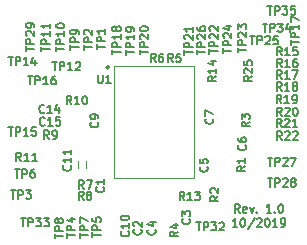
<source format=gbr>
G04 #@! TF.GenerationSoftware,KiCad,Pcbnew,5.0.2+dfsg1-1~bpo9+1*
G04 #@! TF.CreationDate,2019-10-29T18:12:18+01:00*
G04 #@! TF.ProjectId,zglue-jade-adapter,7a676c75-652d-46a6-9164-652d61646170,rev?*
G04 #@! TF.SameCoordinates,Original*
G04 #@! TF.FileFunction,Legend,Top*
G04 #@! TF.FilePolarity,Positive*
%FSLAX46Y46*%
G04 Gerber Fmt 4.6, Leading zero omitted, Abs format (unit mm)*
G04 Created by KiCad (PCBNEW 5.0.2+dfsg1-1~bpo9+1) date Tue 29 Oct 2019 06:12:18 PM CET*
%MOMM*%
%LPD*%
G01*
G04 APERTURE LIST*
%ADD10C,0.150000*%
%ADD11C,0.200000*%
%ADD12C,0.100000*%
%ADD13C,0.120000*%
G04 APERTURE END LIST*
D10*
X19773333Y-17696666D02*
X19540000Y-17363333D01*
X19373333Y-17696666D02*
X19373333Y-16996666D01*
X19640000Y-16996666D01*
X19706666Y-17030000D01*
X19740000Y-17063333D01*
X19773333Y-17130000D01*
X19773333Y-17230000D01*
X19740000Y-17296666D01*
X19706666Y-17330000D01*
X19640000Y-17363333D01*
X19373333Y-17363333D01*
X20340000Y-17663333D02*
X20273333Y-17696666D01*
X20140000Y-17696666D01*
X20073333Y-17663333D01*
X20040000Y-17596666D01*
X20040000Y-17330000D01*
X20073333Y-17263333D01*
X20140000Y-17230000D01*
X20273333Y-17230000D01*
X20340000Y-17263333D01*
X20373333Y-17330000D01*
X20373333Y-17396666D01*
X20040000Y-17463333D01*
X20606666Y-17230000D02*
X20773333Y-17696666D01*
X20940000Y-17230000D01*
X21206666Y-17630000D02*
X21240000Y-17663333D01*
X21206666Y-17696666D01*
X21173333Y-17663333D01*
X21206666Y-17630000D01*
X21206666Y-17696666D01*
X22440000Y-17696666D02*
X22040000Y-17696666D01*
X22240000Y-17696666D02*
X22240000Y-16996666D01*
X22173333Y-17096666D01*
X22106666Y-17163333D01*
X22040000Y-17196666D01*
X22740000Y-17630000D02*
X22773333Y-17663333D01*
X22740000Y-17696666D01*
X22706666Y-17663333D01*
X22740000Y-17630000D01*
X22740000Y-17696666D01*
X23206666Y-16996666D02*
X23273333Y-16996666D01*
X23340000Y-17030000D01*
X23373333Y-17063333D01*
X23406666Y-17130000D01*
X23440000Y-17263333D01*
X23440000Y-17430000D01*
X23406666Y-17563333D01*
X23373333Y-17630000D01*
X23340000Y-17663333D01*
X23273333Y-17696666D01*
X23206666Y-17696666D01*
X23140000Y-17663333D01*
X23106666Y-17630000D01*
X23073333Y-17563333D01*
X23040000Y-17430000D01*
X23040000Y-17263333D01*
X23073333Y-17130000D01*
X23106666Y-17063333D01*
X23140000Y-17030000D01*
X23206666Y-16996666D01*
X19556666Y-18896666D02*
X19156666Y-18896666D01*
X19356666Y-18896666D02*
X19356666Y-18196666D01*
X19290000Y-18296666D01*
X19223333Y-18363333D01*
X19156666Y-18396666D01*
X19990000Y-18196666D02*
X20056666Y-18196666D01*
X20123333Y-18230000D01*
X20156666Y-18263333D01*
X20190000Y-18330000D01*
X20223333Y-18463333D01*
X20223333Y-18630000D01*
X20190000Y-18763333D01*
X20156666Y-18830000D01*
X20123333Y-18863333D01*
X20056666Y-18896666D01*
X19990000Y-18896666D01*
X19923333Y-18863333D01*
X19890000Y-18830000D01*
X19856666Y-18763333D01*
X19823333Y-18630000D01*
X19823333Y-18463333D01*
X19856666Y-18330000D01*
X19890000Y-18263333D01*
X19923333Y-18230000D01*
X19990000Y-18196666D01*
X21023333Y-18163333D02*
X20423333Y-19063333D01*
X21223333Y-18263333D02*
X21256666Y-18230000D01*
X21323333Y-18196666D01*
X21490000Y-18196666D01*
X21556666Y-18230000D01*
X21590000Y-18263333D01*
X21623333Y-18330000D01*
X21623333Y-18396666D01*
X21590000Y-18496666D01*
X21190000Y-18896666D01*
X21623333Y-18896666D01*
X22056666Y-18196666D02*
X22123333Y-18196666D01*
X22190000Y-18230000D01*
X22223333Y-18263333D01*
X22256666Y-18330000D01*
X22290000Y-18463333D01*
X22290000Y-18630000D01*
X22256666Y-18763333D01*
X22223333Y-18830000D01*
X22190000Y-18863333D01*
X22123333Y-18896666D01*
X22056666Y-18896666D01*
X21990000Y-18863333D01*
X21956666Y-18830000D01*
X21923333Y-18763333D01*
X21890000Y-18630000D01*
X21890000Y-18463333D01*
X21923333Y-18330000D01*
X21956666Y-18263333D01*
X21990000Y-18230000D01*
X22056666Y-18196666D01*
X22956666Y-18896666D02*
X22556666Y-18896666D01*
X22756666Y-18896666D02*
X22756666Y-18196666D01*
X22690000Y-18296666D01*
X22623333Y-18363333D01*
X22556666Y-18396666D01*
X23290000Y-18896666D02*
X23423333Y-18896666D01*
X23490000Y-18863333D01*
X23523333Y-18830000D01*
X23590000Y-18730000D01*
X23623333Y-18596666D01*
X23623333Y-18330000D01*
X23590000Y-18263333D01*
X23556666Y-18230000D01*
X23490000Y-18196666D01*
X23356666Y-18196666D01*
X23290000Y-18230000D01*
X23256666Y-18263333D01*
X23223333Y-18330000D01*
X23223333Y-18496666D01*
X23256666Y-18563333D01*
X23290000Y-18596666D01*
X23356666Y-18630000D01*
X23490000Y-18630000D01*
X23556666Y-18596666D01*
X23590000Y-18563333D01*
X23623333Y-18496666D01*
D11*
X8750000Y-5400000D02*
G75*
G03X8750000Y-5400000I-150000J0D01*
G01*
D12*
G04 #@! TO.C,U1*
X15895000Y-14755000D02*
X15895000Y-5255000D01*
X9095000Y-14755000D02*
X9095000Y-5255000D01*
X15895000Y-14755000D02*
X9095000Y-14755000D01*
X15895000Y-5255000D02*
X9095000Y-5255000D01*
D13*
G04 #@! TO.C,C11*
X6110000Y-13320000D02*
X6110000Y-13920000D01*
X6710000Y-13320000D02*
X6710000Y-13920000D01*
G04 #@! TO.C,TP29*
D10*
X1666666Y-4016666D02*
X1666666Y-3616666D01*
X2366666Y-3816666D02*
X1666666Y-3816666D01*
X2366666Y-3383333D02*
X1666666Y-3383333D01*
X1666666Y-3116666D01*
X1700000Y-3050000D01*
X1733333Y-3016666D01*
X1800000Y-2983333D01*
X1900000Y-2983333D01*
X1966666Y-3016666D01*
X2000000Y-3050000D01*
X2033333Y-3116666D01*
X2033333Y-3383333D01*
X1733333Y-2716666D02*
X1700000Y-2683333D01*
X1666666Y-2616666D01*
X1666666Y-2450000D01*
X1700000Y-2383333D01*
X1733333Y-2350000D01*
X1800000Y-2316666D01*
X1866666Y-2316666D01*
X1966666Y-2350000D01*
X2366666Y-2750000D01*
X2366666Y-2316666D01*
X2366666Y-1983333D02*
X2366666Y-1850000D01*
X2333333Y-1783333D01*
X2300000Y-1750000D01*
X2200000Y-1683333D01*
X2066666Y-1650000D01*
X1800000Y-1650000D01*
X1733333Y-1683333D01*
X1700000Y-1716666D01*
X1666666Y-1783333D01*
X1666666Y-1916666D01*
X1700000Y-1983333D01*
X1733333Y-2016666D01*
X1800000Y-2050000D01*
X1966666Y-2050000D01*
X2033333Y-2016666D01*
X2066666Y-1983333D01*
X2100000Y-1916666D01*
X2100000Y-1783333D01*
X2066666Y-1716666D01*
X2033333Y-1683333D01*
X1966666Y-1650000D01*
G04 #@! TO.C,C6*
X20250000Y-11986666D02*
X20283333Y-12020000D01*
X20316666Y-12120000D01*
X20316666Y-12186666D01*
X20283333Y-12286666D01*
X20216666Y-12353333D01*
X20150000Y-12386666D01*
X20016666Y-12420000D01*
X19916666Y-12420000D01*
X19783333Y-12386666D01*
X19716666Y-12353333D01*
X19650000Y-12286666D01*
X19616666Y-12186666D01*
X19616666Y-12120000D01*
X19650000Y-12020000D01*
X19683333Y-11986666D01*
X19616666Y-11386666D02*
X19616666Y-11520000D01*
X19650000Y-11586666D01*
X19683333Y-11620000D01*
X19783333Y-11686666D01*
X19916666Y-11720000D01*
X20183333Y-11720000D01*
X20250000Y-11686666D01*
X20283333Y-11653333D01*
X20316666Y-11586666D01*
X20316666Y-11453333D01*
X20283333Y-11386666D01*
X20250000Y-11353333D01*
X20183333Y-11320000D01*
X20016666Y-11320000D01*
X19950000Y-11353333D01*
X19916666Y-11386666D01*
X19883333Y-11453333D01*
X19883333Y-11586666D01*
X19916666Y-11653333D01*
X19950000Y-11686666D01*
X20016666Y-11720000D01*
G04 #@! TO.C,R15*
X23335000Y-4391666D02*
X23101666Y-4058333D01*
X22935000Y-4391666D02*
X22935000Y-3691666D01*
X23201666Y-3691666D01*
X23268333Y-3725000D01*
X23301666Y-3758333D01*
X23335000Y-3825000D01*
X23335000Y-3925000D01*
X23301666Y-3991666D01*
X23268333Y-4025000D01*
X23201666Y-4058333D01*
X22935000Y-4058333D01*
X24001666Y-4391666D02*
X23601666Y-4391666D01*
X23801666Y-4391666D02*
X23801666Y-3691666D01*
X23735000Y-3791666D01*
X23668333Y-3858333D01*
X23601666Y-3891666D01*
X24635000Y-3691666D02*
X24301666Y-3691666D01*
X24268333Y-4025000D01*
X24301666Y-3991666D01*
X24368333Y-3958333D01*
X24535000Y-3958333D01*
X24601666Y-3991666D01*
X24635000Y-4025000D01*
X24668333Y-4091666D01*
X24668333Y-4258333D01*
X24635000Y-4325000D01*
X24601666Y-4358333D01*
X24535000Y-4391666D01*
X24368333Y-4391666D01*
X24301666Y-4358333D01*
X24268333Y-4325000D01*
G04 #@! TO.C,U1*
X7746666Y-6026666D02*
X7746666Y-6593333D01*
X7780000Y-6660000D01*
X7813333Y-6693333D01*
X7880000Y-6726666D01*
X8013333Y-6726666D01*
X8080000Y-6693333D01*
X8113333Y-6660000D01*
X8146666Y-6593333D01*
X8146666Y-6026666D01*
X8846666Y-6726666D02*
X8446666Y-6726666D01*
X8646666Y-6726666D02*
X8646666Y-6026666D01*
X8580000Y-6126666D01*
X8513333Y-6193333D01*
X8446666Y-6226666D01*
G04 #@! TO.C,R10*
X5510000Y-8526666D02*
X5276666Y-8193333D01*
X5110000Y-8526666D02*
X5110000Y-7826666D01*
X5376666Y-7826666D01*
X5443333Y-7860000D01*
X5476666Y-7893333D01*
X5510000Y-7960000D01*
X5510000Y-8060000D01*
X5476666Y-8126666D01*
X5443333Y-8160000D01*
X5376666Y-8193333D01*
X5110000Y-8193333D01*
X6176666Y-8526666D02*
X5776666Y-8526666D01*
X5976666Y-8526666D02*
X5976666Y-7826666D01*
X5910000Y-7926666D01*
X5843333Y-7993333D01*
X5776666Y-8026666D01*
X6610000Y-7826666D02*
X6676666Y-7826666D01*
X6743333Y-7860000D01*
X6776666Y-7893333D01*
X6810000Y-7960000D01*
X6843333Y-8093333D01*
X6843333Y-8260000D01*
X6810000Y-8393333D01*
X6776666Y-8460000D01*
X6743333Y-8493333D01*
X6676666Y-8526666D01*
X6610000Y-8526666D01*
X6543333Y-8493333D01*
X6510000Y-8460000D01*
X6476666Y-8393333D01*
X6443333Y-8260000D01*
X6443333Y-8093333D01*
X6476666Y-7960000D01*
X6510000Y-7893333D01*
X6543333Y-7860000D01*
X6610000Y-7826666D01*
G04 #@! TO.C,R6*
X12643333Y-4936666D02*
X12410000Y-4603333D01*
X12243333Y-4936666D02*
X12243333Y-4236666D01*
X12510000Y-4236666D01*
X12576666Y-4270000D01*
X12610000Y-4303333D01*
X12643333Y-4370000D01*
X12643333Y-4470000D01*
X12610000Y-4536666D01*
X12576666Y-4570000D01*
X12510000Y-4603333D01*
X12243333Y-4603333D01*
X13243333Y-4236666D02*
X13110000Y-4236666D01*
X13043333Y-4270000D01*
X13010000Y-4303333D01*
X12943333Y-4403333D01*
X12910000Y-4536666D01*
X12910000Y-4803333D01*
X12943333Y-4870000D01*
X12976666Y-4903333D01*
X13043333Y-4936666D01*
X13176666Y-4936666D01*
X13243333Y-4903333D01*
X13276666Y-4870000D01*
X13310000Y-4803333D01*
X13310000Y-4636666D01*
X13276666Y-4570000D01*
X13243333Y-4536666D01*
X13176666Y-4503333D01*
X13043333Y-4503333D01*
X12976666Y-4536666D01*
X12943333Y-4570000D01*
X12910000Y-4636666D01*
G04 #@! TO.C,R13*
X15075000Y-16636666D02*
X14841666Y-16303333D01*
X14675000Y-16636666D02*
X14675000Y-15936666D01*
X14941666Y-15936666D01*
X15008333Y-15970000D01*
X15041666Y-16003333D01*
X15075000Y-16070000D01*
X15075000Y-16170000D01*
X15041666Y-16236666D01*
X15008333Y-16270000D01*
X14941666Y-16303333D01*
X14675000Y-16303333D01*
X15741666Y-16636666D02*
X15341666Y-16636666D01*
X15541666Y-16636666D02*
X15541666Y-15936666D01*
X15475000Y-16036666D01*
X15408333Y-16103333D01*
X15341666Y-16136666D01*
X15975000Y-15936666D02*
X16408333Y-15936666D01*
X16175000Y-16203333D01*
X16275000Y-16203333D01*
X16341666Y-16236666D01*
X16375000Y-16270000D01*
X16408333Y-16336666D01*
X16408333Y-16503333D01*
X16375000Y-16570000D01*
X16341666Y-16603333D01*
X16275000Y-16636666D01*
X16075000Y-16636666D01*
X16008333Y-16603333D01*
X15975000Y-16570000D01*
G04 #@! TO.C,R25*
X20806666Y-6140000D02*
X20473333Y-6373333D01*
X20806666Y-6540000D02*
X20106666Y-6540000D01*
X20106666Y-6273333D01*
X20140000Y-6206666D01*
X20173333Y-6173333D01*
X20240000Y-6140000D01*
X20340000Y-6140000D01*
X20406666Y-6173333D01*
X20440000Y-6206666D01*
X20473333Y-6273333D01*
X20473333Y-6540000D01*
X20173333Y-5873333D02*
X20140000Y-5840000D01*
X20106666Y-5773333D01*
X20106666Y-5606666D01*
X20140000Y-5540000D01*
X20173333Y-5506666D01*
X20240000Y-5473333D01*
X20306666Y-5473333D01*
X20406666Y-5506666D01*
X20806666Y-5906666D01*
X20806666Y-5473333D01*
X20106666Y-4840000D02*
X20106666Y-5173333D01*
X20440000Y-5206666D01*
X20406666Y-5173333D01*
X20373333Y-5106666D01*
X20373333Y-4940000D01*
X20406666Y-4873333D01*
X20440000Y-4840000D01*
X20506666Y-4806666D01*
X20673333Y-4806666D01*
X20740000Y-4840000D01*
X20773333Y-4873333D01*
X20806666Y-4940000D01*
X20806666Y-5106666D01*
X20773333Y-5173333D01*
X20740000Y-5206666D01*
G04 #@! TO.C,R14*
X17776666Y-6170000D02*
X17443333Y-6403333D01*
X17776666Y-6570000D02*
X17076666Y-6570000D01*
X17076666Y-6303333D01*
X17110000Y-6236666D01*
X17143333Y-6203333D01*
X17210000Y-6170000D01*
X17310000Y-6170000D01*
X17376666Y-6203333D01*
X17410000Y-6236666D01*
X17443333Y-6303333D01*
X17443333Y-6570000D01*
X17776666Y-5503333D02*
X17776666Y-5903333D01*
X17776666Y-5703333D02*
X17076666Y-5703333D01*
X17176666Y-5770000D01*
X17243333Y-5836666D01*
X17276666Y-5903333D01*
X17310000Y-4903333D02*
X17776666Y-4903333D01*
X17043333Y-5070000D02*
X17543333Y-5236666D01*
X17543333Y-4803333D01*
G04 #@! TO.C,TP35*
X22108333Y-236666D02*
X22508333Y-236666D01*
X22308333Y-936666D02*
X22308333Y-236666D01*
X22741666Y-936666D02*
X22741666Y-236666D01*
X23008333Y-236666D01*
X23075000Y-270000D01*
X23108333Y-303333D01*
X23141666Y-370000D01*
X23141666Y-470000D01*
X23108333Y-536666D01*
X23075000Y-570000D01*
X23008333Y-603333D01*
X22741666Y-603333D01*
X23375000Y-236666D02*
X23808333Y-236666D01*
X23575000Y-503333D01*
X23675000Y-503333D01*
X23741666Y-536666D01*
X23775000Y-570000D01*
X23808333Y-636666D01*
X23808333Y-803333D01*
X23775000Y-870000D01*
X23741666Y-903333D01*
X23675000Y-936666D01*
X23475000Y-936666D01*
X23408333Y-903333D01*
X23375000Y-870000D01*
X24441666Y-236666D02*
X24108333Y-236666D01*
X24075000Y-570000D01*
X24108333Y-536666D01*
X24175000Y-503333D01*
X24341666Y-503333D01*
X24408333Y-536666D01*
X24441666Y-570000D01*
X24475000Y-636666D01*
X24475000Y-803333D01*
X24441666Y-870000D01*
X24408333Y-903333D01*
X24341666Y-936666D01*
X24175000Y-936666D01*
X24108333Y-903333D01*
X24075000Y-870000D01*
G04 #@! TO.C,TP14*
X163333Y-4526666D02*
X563333Y-4526666D01*
X363333Y-5226666D02*
X363333Y-4526666D01*
X796666Y-5226666D02*
X796666Y-4526666D01*
X1063333Y-4526666D01*
X1129999Y-4560000D01*
X1163333Y-4593333D01*
X1196666Y-4660000D01*
X1196666Y-4760000D01*
X1163333Y-4826666D01*
X1129999Y-4860000D01*
X1063333Y-4893333D01*
X796666Y-4893333D01*
X1863333Y-5226666D02*
X1463333Y-5226666D01*
X1663333Y-5226666D02*
X1663333Y-4526666D01*
X1596666Y-4626666D01*
X1529999Y-4693333D01*
X1463333Y-4726666D01*
X2463333Y-4760000D02*
X2463333Y-5226666D01*
X2296666Y-4493333D02*
X2129999Y-4993333D01*
X2563333Y-4993333D01*
G04 #@! TO.C,TP15*
X163333Y-10486666D02*
X563333Y-10486666D01*
X363333Y-11186666D02*
X363333Y-10486666D01*
X796666Y-11186666D02*
X796666Y-10486666D01*
X1063333Y-10486666D01*
X1129999Y-10520000D01*
X1163333Y-10553333D01*
X1196666Y-10620000D01*
X1196666Y-10720000D01*
X1163333Y-10786666D01*
X1129999Y-10820000D01*
X1063333Y-10853333D01*
X796666Y-10853333D01*
X1863333Y-11186666D02*
X1463333Y-11186666D01*
X1663333Y-11186666D02*
X1663333Y-10486666D01*
X1596666Y-10586666D01*
X1529999Y-10653333D01*
X1463333Y-10686666D01*
X2496666Y-10486666D02*
X2163333Y-10486666D01*
X2129999Y-10820000D01*
X2163333Y-10786666D01*
X2229999Y-10753333D01*
X2396666Y-10753333D01*
X2463333Y-10786666D01*
X2496666Y-10820000D01*
X2529999Y-10886666D01*
X2529999Y-11053333D01*
X2496666Y-11120000D01*
X2463333Y-11153333D01*
X2396666Y-11186666D01*
X2229999Y-11186666D01*
X2163333Y-11153333D01*
X2129999Y-11120000D01*
G04 #@! TO.C,TP16*
X1833333Y-6146666D02*
X2233333Y-6146666D01*
X2033333Y-6846666D02*
X2033333Y-6146666D01*
X2466666Y-6846666D02*
X2466666Y-6146666D01*
X2733333Y-6146666D01*
X2800000Y-6180000D01*
X2833333Y-6213333D01*
X2866666Y-6280000D01*
X2866666Y-6380000D01*
X2833333Y-6446666D01*
X2800000Y-6480000D01*
X2733333Y-6513333D01*
X2466666Y-6513333D01*
X3533333Y-6846666D02*
X3133333Y-6846666D01*
X3333333Y-6846666D02*
X3333333Y-6146666D01*
X3266666Y-6246666D01*
X3199999Y-6313333D01*
X3133333Y-6346666D01*
X4133333Y-6146666D02*
X3999999Y-6146666D01*
X3933333Y-6180000D01*
X3899999Y-6213333D01*
X3833333Y-6313333D01*
X3799999Y-6446666D01*
X3799999Y-6713333D01*
X3833333Y-6780000D01*
X3866666Y-6813333D01*
X3933333Y-6846666D01*
X4066666Y-6846666D01*
X4133333Y-6813333D01*
X4166666Y-6780000D01*
X4200000Y-6713333D01*
X4200000Y-6546666D01*
X4166666Y-6480000D01*
X4133333Y-6446666D01*
X4066666Y-6413333D01*
X3933333Y-6413333D01*
X3866666Y-6446666D01*
X3833333Y-6480000D01*
X3799999Y-6546666D01*
G04 #@! TO.C,TP34*
X21693333Y-1696666D02*
X22093333Y-1696666D01*
X21893333Y-2396666D02*
X21893333Y-1696666D01*
X22326666Y-2396666D02*
X22326666Y-1696666D01*
X22593333Y-1696666D01*
X22660000Y-1730000D01*
X22693333Y-1763333D01*
X22726666Y-1830000D01*
X22726666Y-1930000D01*
X22693333Y-1996666D01*
X22660000Y-2030000D01*
X22593333Y-2063333D01*
X22326666Y-2063333D01*
X22960000Y-1696666D02*
X23393333Y-1696666D01*
X23160000Y-1963333D01*
X23260000Y-1963333D01*
X23326666Y-1996666D01*
X23360000Y-2030000D01*
X23393333Y-2096666D01*
X23393333Y-2263333D01*
X23360000Y-2330000D01*
X23326666Y-2363333D01*
X23260000Y-2396666D01*
X23060000Y-2396666D01*
X22993333Y-2363333D01*
X22960000Y-2330000D01*
X23993333Y-1930000D02*
X23993333Y-2396666D01*
X23826666Y-1663333D02*
X23660000Y-2163333D01*
X24093333Y-2163333D01*
G04 #@! TO.C,TP33*
X1243333Y-18166666D02*
X1643333Y-18166666D01*
X1443333Y-18866666D02*
X1443333Y-18166666D01*
X1876666Y-18866666D02*
X1876666Y-18166666D01*
X2143333Y-18166666D01*
X2210000Y-18200000D01*
X2243333Y-18233333D01*
X2276666Y-18300000D01*
X2276666Y-18400000D01*
X2243333Y-18466666D01*
X2210000Y-18500000D01*
X2143333Y-18533333D01*
X1876666Y-18533333D01*
X2509999Y-18166666D02*
X2943333Y-18166666D01*
X2709999Y-18433333D01*
X2809999Y-18433333D01*
X2876666Y-18466666D01*
X2909999Y-18500000D01*
X2943333Y-18566666D01*
X2943333Y-18733333D01*
X2909999Y-18800000D01*
X2876666Y-18833333D01*
X2809999Y-18866666D01*
X2609999Y-18866666D01*
X2543333Y-18833333D01*
X2509999Y-18800000D01*
X3176666Y-18166666D02*
X3609999Y-18166666D01*
X3376666Y-18433333D01*
X3476666Y-18433333D01*
X3543333Y-18466666D01*
X3576666Y-18500000D01*
X3609999Y-18566666D01*
X3609999Y-18733333D01*
X3576666Y-18800000D01*
X3543333Y-18833333D01*
X3476666Y-18866666D01*
X3276666Y-18866666D01*
X3209999Y-18833333D01*
X3176666Y-18800000D01*
G04 #@! TO.C,TP32*
X16083333Y-18511666D02*
X16483333Y-18511666D01*
X16283333Y-19211666D02*
X16283333Y-18511666D01*
X16716666Y-19211666D02*
X16716666Y-18511666D01*
X16983333Y-18511666D01*
X17050000Y-18545000D01*
X17083333Y-18578333D01*
X17116666Y-18645000D01*
X17116666Y-18745000D01*
X17083333Y-18811666D01*
X17050000Y-18845000D01*
X16983333Y-18878333D01*
X16716666Y-18878333D01*
X17350000Y-18511666D02*
X17783333Y-18511666D01*
X17550000Y-18778333D01*
X17650000Y-18778333D01*
X17716666Y-18811666D01*
X17750000Y-18845000D01*
X17783333Y-18911666D01*
X17783333Y-19078333D01*
X17750000Y-19145000D01*
X17716666Y-19178333D01*
X17650000Y-19211666D01*
X17450000Y-19211666D01*
X17383333Y-19178333D01*
X17350000Y-19145000D01*
X18050000Y-18578333D02*
X18083333Y-18545000D01*
X18150000Y-18511666D01*
X18316666Y-18511666D01*
X18383333Y-18545000D01*
X18416666Y-18578333D01*
X18450000Y-18645000D01*
X18450000Y-18711666D01*
X18416666Y-18811666D01*
X18016666Y-19211666D01*
X18450000Y-19211666D01*
G04 #@! TO.C,C11*
X5440000Y-13710000D02*
X5473333Y-13743333D01*
X5506666Y-13843333D01*
X5506666Y-13910000D01*
X5473333Y-14010000D01*
X5406666Y-14076666D01*
X5340000Y-14110000D01*
X5206666Y-14143333D01*
X5106666Y-14143333D01*
X4973333Y-14110000D01*
X4906666Y-14076666D01*
X4840000Y-14010000D01*
X4806666Y-13910000D01*
X4806666Y-13843333D01*
X4840000Y-13743333D01*
X4873333Y-13710000D01*
X5506666Y-13043333D02*
X5506666Y-13443333D01*
X5506666Y-13243333D02*
X4806666Y-13243333D01*
X4906666Y-13310000D01*
X4973333Y-13376666D01*
X5006666Y-13443333D01*
X5506666Y-12376666D02*
X5506666Y-12776666D01*
X5506666Y-12576666D02*
X4806666Y-12576666D01*
X4906666Y-12643333D01*
X4973333Y-12710000D01*
X5006666Y-12776666D01*
G04 #@! TO.C,TP5*
X7286666Y-19783333D02*
X7286666Y-19383333D01*
X7986666Y-19583333D02*
X7286666Y-19583333D01*
X7986666Y-19150000D02*
X7286666Y-19150000D01*
X7286666Y-18883333D01*
X7320000Y-18816666D01*
X7353333Y-18783333D01*
X7420000Y-18750000D01*
X7520000Y-18750000D01*
X7586666Y-18783333D01*
X7620000Y-18816666D01*
X7653333Y-18883333D01*
X7653333Y-19150000D01*
X7286666Y-18116666D02*
X7286666Y-18450000D01*
X7620000Y-18483333D01*
X7586666Y-18450000D01*
X7553333Y-18383333D01*
X7553333Y-18216666D01*
X7586666Y-18150000D01*
X7620000Y-18116666D01*
X7686666Y-18083333D01*
X7853333Y-18083333D01*
X7920000Y-18116666D01*
X7953333Y-18150000D01*
X7986666Y-18216666D01*
X7986666Y-18383333D01*
X7953333Y-18450000D01*
X7920000Y-18483333D01*
G04 #@! TO.C,TP6*
X736666Y-14036666D02*
X1136666Y-14036666D01*
X936666Y-14736666D02*
X936666Y-14036666D01*
X1370000Y-14736666D02*
X1370000Y-14036666D01*
X1636666Y-14036666D01*
X1703333Y-14070000D01*
X1736666Y-14103333D01*
X1770000Y-14170000D01*
X1770000Y-14270000D01*
X1736666Y-14336666D01*
X1703333Y-14370000D01*
X1636666Y-14403333D01*
X1370000Y-14403333D01*
X2369999Y-14036666D02*
X2236666Y-14036666D01*
X2169999Y-14070000D01*
X2136666Y-14103333D01*
X2069999Y-14203333D01*
X2036666Y-14336666D01*
X2036666Y-14603333D01*
X2069999Y-14670000D01*
X2103333Y-14703333D01*
X2169999Y-14736666D01*
X2303333Y-14736666D01*
X2369999Y-14703333D01*
X2403333Y-14670000D01*
X2436666Y-14603333D01*
X2436666Y-14436666D01*
X2403333Y-14370000D01*
X2369999Y-14336666D01*
X2303333Y-14303333D01*
X2169999Y-14303333D01*
X2103333Y-14336666D01*
X2069999Y-14370000D01*
X2036666Y-14436666D01*
G04 #@! TO.C,TP18*
X8986666Y-4306666D02*
X8986666Y-3906666D01*
X9686666Y-4106666D02*
X8986666Y-4106666D01*
X9686666Y-3673333D02*
X8986666Y-3673333D01*
X8986666Y-3406666D01*
X9020000Y-3340000D01*
X9053333Y-3306666D01*
X9120000Y-3273333D01*
X9220000Y-3273333D01*
X9286666Y-3306666D01*
X9320000Y-3340000D01*
X9353333Y-3406666D01*
X9353333Y-3673333D01*
X9686666Y-2606666D02*
X9686666Y-3006666D01*
X9686666Y-2806666D02*
X8986666Y-2806666D01*
X9086666Y-2873333D01*
X9153333Y-2940000D01*
X9186666Y-3006666D01*
X9286666Y-2206666D02*
X9253333Y-2273333D01*
X9220000Y-2306666D01*
X9153333Y-2340000D01*
X9120000Y-2340000D01*
X9053333Y-2306666D01*
X9020000Y-2273333D01*
X8986666Y-2206666D01*
X8986666Y-2073333D01*
X9020000Y-2006666D01*
X9053333Y-1973333D01*
X9120000Y-1940000D01*
X9153333Y-1940000D01*
X9220000Y-1973333D01*
X9253333Y-2006666D01*
X9286666Y-2073333D01*
X9286666Y-2206666D01*
X9320000Y-2273333D01*
X9353333Y-2306666D01*
X9420000Y-2340000D01*
X9553333Y-2340000D01*
X9620000Y-2306666D01*
X9653333Y-2273333D01*
X9686666Y-2206666D01*
X9686666Y-2073333D01*
X9653333Y-2006666D01*
X9620000Y-1973333D01*
X9553333Y-1940000D01*
X9420000Y-1940000D01*
X9353333Y-1973333D01*
X9320000Y-2006666D01*
X9286666Y-2073333D01*
G04 #@! TO.C,TP19*
X10136666Y-4336666D02*
X10136666Y-3936666D01*
X10836666Y-4136666D02*
X10136666Y-4136666D01*
X10836666Y-3703333D02*
X10136666Y-3703333D01*
X10136666Y-3436666D01*
X10170000Y-3370000D01*
X10203333Y-3336666D01*
X10270000Y-3303333D01*
X10370000Y-3303333D01*
X10436666Y-3336666D01*
X10470000Y-3370000D01*
X10503333Y-3436666D01*
X10503333Y-3703333D01*
X10836666Y-2636666D02*
X10836666Y-3036666D01*
X10836666Y-2836666D02*
X10136666Y-2836666D01*
X10236666Y-2903333D01*
X10303333Y-2970000D01*
X10336666Y-3036666D01*
X10836666Y-2303333D02*
X10836666Y-2170000D01*
X10803333Y-2103333D01*
X10770000Y-2070000D01*
X10670000Y-2003333D01*
X10536666Y-1970000D01*
X10270000Y-1970000D01*
X10203333Y-2003333D01*
X10170000Y-2036666D01*
X10136666Y-2103333D01*
X10136666Y-2236666D01*
X10170000Y-2303333D01*
X10203333Y-2336666D01*
X10270000Y-2370000D01*
X10436666Y-2370000D01*
X10503333Y-2336666D01*
X10536666Y-2303333D01*
X10570000Y-2236666D01*
X10570000Y-2103333D01*
X10536666Y-2036666D01*
X10503333Y-2003333D01*
X10436666Y-1970000D01*
G04 #@! TO.C,TP20*
X11296666Y-4296666D02*
X11296666Y-3896666D01*
X11996666Y-4096666D02*
X11296666Y-4096666D01*
X11996666Y-3663333D02*
X11296666Y-3663333D01*
X11296666Y-3396666D01*
X11330000Y-3330000D01*
X11363333Y-3296666D01*
X11430000Y-3263333D01*
X11530000Y-3263333D01*
X11596666Y-3296666D01*
X11630000Y-3330000D01*
X11663333Y-3396666D01*
X11663333Y-3663333D01*
X11363333Y-2996666D02*
X11330000Y-2963333D01*
X11296666Y-2896666D01*
X11296666Y-2730000D01*
X11330000Y-2663333D01*
X11363333Y-2630000D01*
X11430000Y-2596666D01*
X11496666Y-2596666D01*
X11596666Y-2630000D01*
X11996666Y-3030000D01*
X11996666Y-2596666D01*
X11296666Y-2163333D02*
X11296666Y-2096666D01*
X11330000Y-2030000D01*
X11363333Y-1996666D01*
X11430000Y-1963333D01*
X11563333Y-1930000D01*
X11730000Y-1930000D01*
X11863333Y-1963333D01*
X11930000Y-1996666D01*
X11963333Y-2030000D01*
X11996666Y-2096666D01*
X11996666Y-2163333D01*
X11963333Y-2230000D01*
X11930000Y-2263333D01*
X11863333Y-2296666D01*
X11730000Y-2330000D01*
X11563333Y-2330000D01*
X11430000Y-2296666D01*
X11363333Y-2263333D01*
X11330000Y-2230000D01*
X11296666Y-2163333D01*
G04 #@! TO.C,TP28*
X22128333Y-14801666D02*
X22528333Y-14801666D01*
X22328333Y-15501666D02*
X22328333Y-14801666D01*
X22761666Y-15501666D02*
X22761666Y-14801666D01*
X23028333Y-14801666D01*
X23095000Y-14835000D01*
X23128333Y-14868333D01*
X23161666Y-14935000D01*
X23161666Y-15035000D01*
X23128333Y-15101666D01*
X23095000Y-15135000D01*
X23028333Y-15168333D01*
X22761666Y-15168333D01*
X23428333Y-14868333D02*
X23461666Y-14835000D01*
X23528333Y-14801666D01*
X23695000Y-14801666D01*
X23761666Y-14835000D01*
X23795000Y-14868333D01*
X23828333Y-14935000D01*
X23828333Y-15001666D01*
X23795000Y-15101666D01*
X23395000Y-15501666D01*
X23828333Y-15501666D01*
X24228333Y-15101666D02*
X24161666Y-15068333D01*
X24128333Y-15035000D01*
X24095000Y-14968333D01*
X24095000Y-14935000D01*
X24128333Y-14868333D01*
X24161666Y-14835000D01*
X24228333Y-14801666D01*
X24361666Y-14801666D01*
X24428333Y-14835000D01*
X24461666Y-14868333D01*
X24495000Y-14935000D01*
X24495000Y-14968333D01*
X24461666Y-15035000D01*
X24428333Y-15068333D01*
X24361666Y-15101666D01*
X24228333Y-15101666D01*
X24161666Y-15135000D01*
X24128333Y-15168333D01*
X24095000Y-15235000D01*
X24095000Y-15368333D01*
X24128333Y-15435000D01*
X24161666Y-15468333D01*
X24228333Y-15501666D01*
X24361666Y-15501666D01*
X24428333Y-15468333D01*
X24461666Y-15435000D01*
X24495000Y-15368333D01*
X24495000Y-15235000D01*
X24461666Y-15168333D01*
X24428333Y-15135000D01*
X24361666Y-15101666D01*
G04 #@! TO.C,TP27*
X22128333Y-13051666D02*
X22528333Y-13051666D01*
X22328333Y-13751666D02*
X22328333Y-13051666D01*
X22761666Y-13751666D02*
X22761666Y-13051666D01*
X23028333Y-13051666D01*
X23095000Y-13085000D01*
X23128333Y-13118333D01*
X23161666Y-13185000D01*
X23161666Y-13285000D01*
X23128333Y-13351666D01*
X23095000Y-13385000D01*
X23028333Y-13418333D01*
X22761666Y-13418333D01*
X23428333Y-13118333D02*
X23461666Y-13085000D01*
X23528333Y-13051666D01*
X23695000Y-13051666D01*
X23761666Y-13085000D01*
X23795000Y-13118333D01*
X23828333Y-13185000D01*
X23828333Y-13251666D01*
X23795000Y-13351666D01*
X23395000Y-13751666D01*
X23828333Y-13751666D01*
X24061666Y-13051666D02*
X24528333Y-13051666D01*
X24228333Y-13751666D01*
G04 #@! TO.C,TP26*
X16156666Y-4306666D02*
X16156666Y-3906666D01*
X16856666Y-4106666D02*
X16156666Y-4106666D01*
X16856666Y-3673333D02*
X16156666Y-3673333D01*
X16156666Y-3406666D01*
X16190000Y-3340000D01*
X16223333Y-3306666D01*
X16290000Y-3273333D01*
X16390000Y-3273333D01*
X16456666Y-3306666D01*
X16490000Y-3340000D01*
X16523333Y-3406666D01*
X16523333Y-3673333D01*
X16223333Y-3006666D02*
X16190000Y-2973333D01*
X16156666Y-2906666D01*
X16156666Y-2740000D01*
X16190000Y-2673333D01*
X16223333Y-2640000D01*
X16290000Y-2606666D01*
X16356666Y-2606666D01*
X16456666Y-2640000D01*
X16856666Y-3040000D01*
X16856666Y-2606666D01*
X16156666Y-2006666D02*
X16156666Y-2140000D01*
X16190000Y-2206666D01*
X16223333Y-2240000D01*
X16323333Y-2306666D01*
X16456666Y-2340000D01*
X16723333Y-2340000D01*
X16790000Y-2306666D01*
X16823333Y-2273333D01*
X16856666Y-2206666D01*
X16856666Y-2073333D01*
X16823333Y-2006666D01*
X16790000Y-1973333D01*
X16723333Y-1940000D01*
X16556666Y-1940000D01*
X16490000Y-1973333D01*
X16456666Y-2006666D01*
X16423333Y-2073333D01*
X16423333Y-2206666D01*
X16456666Y-2273333D01*
X16490000Y-2306666D01*
X16556666Y-2340000D01*
G04 #@! TO.C,TP25*
X20633333Y-2756666D02*
X21033333Y-2756666D01*
X20833333Y-3456666D02*
X20833333Y-2756666D01*
X21266666Y-3456666D02*
X21266666Y-2756666D01*
X21533333Y-2756666D01*
X21600000Y-2790000D01*
X21633333Y-2823333D01*
X21666666Y-2890000D01*
X21666666Y-2990000D01*
X21633333Y-3056666D01*
X21600000Y-3090000D01*
X21533333Y-3123333D01*
X21266666Y-3123333D01*
X21933333Y-2823333D02*
X21966666Y-2790000D01*
X22033333Y-2756666D01*
X22200000Y-2756666D01*
X22266666Y-2790000D01*
X22300000Y-2823333D01*
X22333333Y-2890000D01*
X22333333Y-2956666D01*
X22300000Y-3056666D01*
X21900000Y-3456666D01*
X22333333Y-3456666D01*
X22966666Y-2756666D02*
X22633333Y-2756666D01*
X22600000Y-3090000D01*
X22633333Y-3056666D01*
X22700000Y-3023333D01*
X22866666Y-3023333D01*
X22933333Y-3056666D01*
X22966666Y-3090000D01*
X23000000Y-3156666D01*
X23000000Y-3323333D01*
X22966666Y-3390000D01*
X22933333Y-3423333D01*
X22866666Y-3456666D01*
X22700000Y-3456666D01*
X22633333Y-3423333D01*
X22600000Y-3390000D01*
G04 #@! TO.C,TP24*
X18366666Y-4176666D02*
X18366666Y-3776666D01*
X19066666Y-3976666D02*
X18366666Y-3976666D01*
X19066666Y-3543333D02*
X18366666Y-3543333D01*
X18366666Y-3276666D01*
X18400000Y-3210000D01*
X18433333Y-3176666D01*
X18500000Y-3143333D01*
X18600000Y-3143333D01*
X18666666Y-3176666D01*
X18700000Y-3210000D01*
X18733333Y-3276666D01*
X18733333Y-3543333D01*
X18433333Y-2876666D02*
X18400000Y-2843333D01*
X18366666Y-2776666D01*
X18366666Y-2610000D01*
X18400000Y-2543333D01*
X18433333Y-2510000D01*
X18500000Y-2476666D01*
X18566666Y-2476666D01*
X18666666Y-2510000D01*
X19066666Y-2910000D01*
X19066666Y-2476666D01*
X18600000Y-1876666D02*
X19066666Y-1876666D01*
X18333333Y-2043333D02*
X18833333Y-2210000D01*
X18833333Y-1776666D01*
G04 #@! TO.C,TP23*
X19626666Y-4126666D02*
X19626666Y-3726666D01*
X20326666Y-3926666D02*
X19626666Y-3926666D01*
X20326666Y-3493333D02*
X19626666Y-3493333D01*
X19626666Y-3226666D01*
X19660000Y-3160000D01*
X19693333Y-3126666D01*
X19760000Y-3093333D01*
X19860000Y-3093333D01*
X19926666Y-3126666D01*
X19960000Y-3160000D01*
X19993333Y-3226666D01*
X19993333Y-3493333D01*
X19693333Y-2826666D02*
X19660000Y-2793333D01*
X19626666Y-2726666D01*
X19626666Y-2560000D01*
X19660000Y-2493333D01*
X19693333Y-2460000D01*
X19760000Y-2426666D01*
X19826666Y-2426666D01*
X19926666Y-2460000D01*
X20326666Y-2860000D01*
X20326666Y-2426666D01*
X19626666Y-2193333D02*
X19626666Y-1760000D01*
X19893333Y-1993333D01*
X19893333Y-1893333D01*
X19926666Y-1826666D01*
X19960000Y-1793333D01*
X20026666Y-1760000D01*
X20193333Y-1760000D01*
X20260000Y-1793333D01*
X20293333Y-1826666D01*
X20326666Y-1893333D01*
X20326666Y-2093333D01*
X20293333Y-2160000D01*
X20260000Y-2193333D01*
G04 #@! TO.C,TP22*
X17186666Y-4256666D02*
X17186666Y-3856666D01*
X17886666Y-4056666D02*
X17186666Y-4056666D01*
X17886666Y-3623333D02*
X17186666Y-3623333D01*
X17186666Y-3356666D01*
X17220000Y-3290000D01*
X17253333Y-3256666D01*
X17320000Y-3223333D01*
X17420000Y-3223333D01*
X17486666Y-3256666D01*
X17520000Y-3290000D01*
X17553333Y-3356666D01*
X17553333Y-3623333D01*
X17253333Y-2956666D02*
X17220000Y-2923333D01*
X17186666Y-2856666D01*
X17186666Y-2690000D01*
X17220000Y-2623333D01*
X17253333Y-2590000D01*
X17320000Y-2556666D01*
X17386666Y-2556666D01*
X17486666Y-2590000D01*
X17886666Y-2990000D01*
X17886666Y-2556666D01*
X17253333Y-2290000D02*
X17220000Y-2256666D01*
X17186666Y-2190000D01*
X17186666Y-2023333D01*
X17220000Y-1956666D01*
X17253333Y-1923333D01*
X17320000Y-1890000D01*
X17386666Y-1890000D01*
X17486666Y-1923333D01*
X17886666Y-2323333D01*
X17886666Y-1890000D01*
G04 #@! TO.C,TP21*
X15076666Y-4336666D02*
X15076666Y-3936666D01*
X15776666Y-4136666D02*
X15076666Y-4136666D01*
X15776666Y-3703333D02*
X15076666Y-3703333D01*
X15076666Y-3436666D01*
X15110000Y-3370000D01*
X15143333Y-3336666D01*
X15210000Y-3303333D01*
X15310000Y-3303333D01*
X15376666Y-3336666D01*
X15410000Y-3370000D01*
X15443333Y-3436666D01*
X15443333Y-3703333D01*
X15143333Y-3036666D02*
X15110000Y-3003333D01*
X15076666Y-2936666D01*
X15076666Y-2770000D01*
X15110000Y-2703333D01*
X15143333Y-2670000D01*
X15210000Y-2636666D01*
X15276666Y-2636666D01*
X15376666Y-2670000D01*
X15776666Y-3070000D01*
X15776666Y-2636666D01*
X15776666Y-1970000D02*
X15776666Y-2370000D01*
X15776666Y-2170000D02*
X15076666Y-2170000D01*
X15176666Y-2236666D01*
X15243333Y-2303333D01*
X15276666Y-2370000D01*
G04 #@! TO.C,C7*
X17470000Y-9746666D02*
X17503333Y-9780000D01*
X17536666Y-9880000D01*
X17536666Y-9946666D01*
X17503333Y-10046666D01*
X17436666Y-10113333D01*
X17370000Y-10146666D01*
X17236666Y-10180000D01*
X17136666Y-10180000D01*
X17003333Y-10146666D01*
X16936666Y-10113333D01*
X16870000Y-10046666D01*
X16836666Y-9946666D01*
X16836666Y-9880000D01*
X16870000Y-9780000D01*
X16903333Y-9746666D01*
X16836666Y-9513333D02*
X16836666Y-9046666D01*
X17536666Y-9346666D01*
G04 #@! TO.C,C5*
X17000000Y-13806666D02*
X17033333Y-13840000D01*
X17066666Y-13940000D01*
X17066666Y-14006666D01*
X17033333Y-14106666D01*
X16966666Y-14173333D01*
X16900000Y-14206666D01*
X16766666Y-14240000D01*
X16666666Y-14240000D01*
X16533333Y-14206666D01*
X16466666Y-14173333D01*
X16400000Y-14106666D01*
X16366666Y-14006666D01*
X16366666Y-13940000D01*
X16400000Y-13840000D01*
X16433333Y-13806666D01*
X16366666Y-13173333D02*
X16366666Y-13506666D01*
X16700000Y-13540000D01*
X16666666Y-13506666D01*
X16633333Y-13440000D01*
X16633333Y-13273333D01*
X16666666Y-13206666D01*
X16700000Y-13173333D01*
X16766666Y-13140000D01*
X16933333Y-13140000D01*
X17000000Y-13173333D01*
X17033333Y-13206666D01*
X17066666Y-13273333D01*
X17066666Y-13440000D01*
X17033333Y-13506666D01*
X17000000Y-13540000D01*
G04 #@! TO.C,C4*
X12575000Y-19136666D02*
X12608333Y-19170000D01*
X12641666Y-19270000D01*
X12641666Y-19336666D01*
X12608333Y-19436666D01*
X12541666Y-19503333D01*
X12475000Y-19536666D01*
X12341666Y-19570000D01*
X12241666Y-19570000D01*
X12108333Y-19536666D01*
X12041666Y-19503333D01*
X11975000Y-19436666D01*
X11941666Y-19336666D01*
X11941666Y-19270000D01*
X11975000Y-19170000D01*
X12008333Y-19136666D01*
X12175000Y-18536666D02*
X12641666Y-18536666D01*
X11908333Y-18703333D02*
X12408333Y-18870000D01*
X12408333Y-18436666D01*
G04 #@! TO.C,C3*
X15504000Y-18227666D02*
X15537333Y-18261000D01*
X15570666Y-18361000D01*
X15570666Y-18427666D01*
X15537333Y-18527666D01*
X15470666Y-18594333D01*
X15404000Y-18627666D01*
X15270666Y-18661000D01*
X15170666Y-18661000D01*
X15037333Y-18627666D01*
X14970666Y-18594333D01*
X14904000Y-18527666D01*
X14870666Y-18427666D01*
X14870666Y-18361000D01*
X14904000Y-18261000D01*
X14937333Y-18227666D01*
X14870666Y-17994333D02*
X14870666Y-17561000D01*
X15137333Y-17794333D01*
X15137333Y-17694333D01*
X15170666Y-17627666D01*
X15204000Y-17594333D01*
X15270666Y-17561000D01*
X15437333Y-17561000D01*
X15504000Y-17594333D01*
X15537333Y-17627666D01*
X15570666Y-17694333D01*
X15570666Y-17894333D01*
X15537333Y-17961000D01*
X15504000Y-17994333D01*
G04 #@! TO.C,C2*
X11390000Y-19126666D02*
X11423333Y-19160000D01*
X11456666Y-19260000D01*
X11456666Y-19326666D01*
X11423333Y-19426666D01*
X11356666Y-19493333D01*
X11290000Y-19526666D01*
X11156666Y-19560000D01*
X11056666Y-19560000D01*
X10923333Y-19526666D01*
X10856666Y-19493333D01*
X10790000Y-19426666D01*
X10756666Y-19326666D01*
X10756666Y-19260000D01*
X10790000Y-19160000D01*
X10823333Y-19126666D01*
X10823333Y-18860000D02*
X10790000Y-18826666D01*
X10756666Y-18760000D01*
X10756666Y-18593333D01*
X10790000Y-18526666D01*
X10823333Y-18493333D01*
X10890000Y-18460000D01*
X10956666Y-18460000D01*
X11056666Y-18493333D01*
X11456666Y-18893333D01*
X11456666Y-18460000D01*
G04 #@! TO.C,C10*
X10320000Y-19280000D02*
X10353333Y-19313333D01*
X10386666Y-19413333D01*
X10386666Y-19480000D01*
X10353333Y-19580000D01*
X10286666Y-19646666D01*
X10220000Y-19680000D01*
X10086666Y-19713333D01*
X9986666Y-19713333D01*
X9853333Y-19680000D01*
X9786666Y-19646666D01*
X9720000Y-19580000D01*
X9686666Y-19480000D01*
X9686666Y-19413333D01*
X9720000Y-19313333D01*
X9753333Y-19280000D01*
X10386666Y-18613333D02*
X10386666Y-19013333D01*
X10386666Y-18813333D02*
X9686666Y-18813333D01*
X9786666Y-18880000D01*
X9853333Y-18946666D01*
X9886666Y-19013333D01*
X9686666Y-18180000D02*
X9686666Y-18113333D01*
X9720000Y-18046666D01*
X9753333Y-18013333D01*
X9820000Y-17980000D01*
X9953333Y-17946666D01*
X10120000Y-17946666D01*
X10253333Y-17980000D01*
X10320000Y-18013333D01*
X10353333Y-18046666D01*
X10386666Y-18113333D01*
X10386666Y-18180000D01*
X10353333Y-18246666D01*
X10320000Y-18280000D01*
X10253333Y-18313333D01*
X10120000Y-18346666D01*
X9953333Y-18346666D01*
X9820000Y-18313333D01*
X9753333Y-18280000D01*
X9720000Y-18246666D01*
X9686666Y-18180000D01*
G04 #@! TO.C,C14*
X3217000Y-9194000D02*
X3183666Y-9227333D01*
X3083666Y-9260666D01*
X3017000Y-9260666D01*
X2917000Y-9227333D01*
X2850333Y-9160666D01*
X2817000Y-9094000D01*
X2783666Y-8960666D01*
X2783666Y-8860666D01*
X2817000Y-8727333D01*
X2850333Y-8660666D01*
X2917000Y-8594000D01*
X3017000Y-8560666D01*
X3083666Y-8560666D01*
X3183666Y-8594000D01*
X3217000Y-8627333D01*
X3883666Y-9260666D02*
X3483666Y-9260666D01*
X3683666Y-9260666D02*
X3683666Y-8560666D01*
X3617000Y-8660666D01*
X3550333Y-8727333D01*
X3483666Y-8760666D01*
X4483666Y-8794000D02*
X4483666Y-9260666D01*
X4317000Y-8527333D02*
X4150333Y-9027333D01*
X4583666Y-9027333D01*
G04 #@! TO.C,C1*
X8225000Y-15536666D02*
X8258333Y-15570000D01*
X8291666Y-15670000D01*
X8291666Y-15736666D01*
X8258333Y-15836666D01*
X8191666Y-15903333D01*
X8125000Y-15936666D01*
X7991666Y-15970000D01*
X7891666Y-15970000D01*
X7758333Y-15936666D01*
X7691666Y-15903333D01*
X7625000Y-15836666D01*
X7591666Y-15736666D01*
X7591666Y-15670000D01*
X7625000Y-15570000D01*
X7658333Y-15536666D01*
X8291666Y-14870000D02*
X8291666Y-15270000D01*
X8291666Y-15070000D02*
X7591666Y-15070000D01*
X7691666Y-15136666D01*
X7758333Y-15203333D01*
X7791666Y-15270000D01*
G04 #@! TO.C,R11*
X1260000Y-13346666D02*
X1026666Y-13013333D01*
X860000Y-13346666D02*
X860000Y-12646666D01*
X1126666Y-12646666D01*
X1193333Y-12680000D01*
X1226666Y-12713333D01*
X1260000Y-12780000D01*
X1260000Y-12880000D01*
X1226666Y-12946666D01*
X1193333Y-12980000D01*
X1126666Y-13013333D01*
X860000Y-13013333D01*
X1926666Y-13346666D02*
X1526666Y-13346666D01*
X1726666Y-13346666D02*
X1726666Y-12646666D01*
X1660000Y-12746666D01*
X1593333Y-12813333D01*
X1526666Y-12846666D01*
X2593333Y-13346666D02*
X2193333Y-13346666D01*
X2393333Y-13346666D02*
X2393333Y-12646666D01*
X2326666Y-12746666D01*
X2260000Y-12813333D01*
X2193333Y-12846666D01*
G04 #@! TO.C,R9*
X3620333Y-11440666D02*
X3387000Y-11107333D01*
X3220333Y-11440666D02*
X3220333Y-10740666D01*
X3487000Y-10740666D01*
X3553666Y-10774000D01*
X3587000Y-10807333D01*
X3620333Y-10874000D01*
X3620333Y-10974000D01*
X3587000Y-11040666D01*
X3553666Y-11074000D01*
X3487000Y-11107333D01*
X3220333Y-11107333D01*
X3953666Y-11440666D02*
X4087000Y-11440666D01*
X4153666Y-11407333D01*
X4187000Y-11374000D01*
X4253666Y-11274000D01*
X4287000Y-11140666D01*
X4287000Y-10874000D01*
X4253666Y-10807333D01*
X4220333Y-10774000D01*
X4153666Y-10740666D01*
X4020333Y-10740666D01*
X3953666Y-10774000D01*
X3920333Y-10807333D01*
X3887000Y-10874000D01*
X3887000Y-11040666D01*
X3920333Y-11107333D01*
X3953666Y-11140666D01*
X4020333Y-11174000D01*
X4153666Y-11174000D01*
X4220333Y-11140666D01*
X4253666Y-11107333D01*
X4287000Y-11040666D01*
G04 #@! TO.C,R8*
X6543333Y-16616666D02*
X6310000Y-16283333D01*
X6143333Y-16616666D02*
X6143333Y-15916666D01*
X6410000Y-15916666D01*
X6476666Y-15950000D01*
X6510000Y-15983333D01*
X6543333Y-16050000D01*
X6543333Y-16150000D01*
X6510000Y-16216666D01*
X6476666Y-16250000D01*
X6410000Y-16283333D01*
X6143333Y-16283333D01*
X6943333Y-16216666D02*
X6876666Y-16183333D01*
X6843333Y-16150000D01*
X6810000Y-16083333D01*
X6810000Y-16050000D01*
X6843333Y-15983333D01*
X6876666Y-15950000D01*
X6943333Y-15916666D01*
X7076666Y-15916666D01*
X7143333Y-15950000D01*
X7176666Y-15983333D01*
X7210000Y-16050000D01*
X7210000Y-16083333D01*
X7176666Y-16150000D01*
X7143333Y-16183333D01*
X7076666Y-16216666D01*
X6943333Y-16216666D01*
X6876666Y-16250000D01*
X6843333Y-16283333D01*
X6810000Y-16350000D01*
X6810000Y-16483333D01*
X6843333Y-16550000D01*
X6876666Y-16583333D01*
X6943333Y-16616666D01*
X7076666Y-16616666D01*
X7143333Y-16583333D01*
X7176666Y-16550000D01*
X7210000Y-16483333D01*
X7210000Y-16350000D01*
X7176666Y-16283333D01*
X7143333Y-16250000D01*
X7076666Y-16216666D01*
G04 #@! TO.C,R7*
X6563333Y-15666666D02*
X6330000Y-15333333D01*
X6163333Y-15666666D02*
X6163333Y-14966666D01*
X6430000Y-14966666D01*
X6496666Y-15000000D01*
X6530000Y-15033333D01*
X6563333Y-15100000D01*
X6563333Y-15200000D01*
X6530000Y-15266666D01*
X6496666Y-15300000D01*
X6430000Y-15333333D01*
X6163333Y-15333333D01*
X6796666Y-14966666D02*
X7263333Y-14966666D01*
X6963333Y-15666666D01*
G04 #@! TO.C,R5*
X14113333Y-4946666D02*
X13880000Y-4613333D01*
X13713333Y-4946666D02*
X13713333Y-4246666D01*
X13980000Y-4246666D01*
X14046666Y-4280000D01*
X14080000Y-4313333D01*
X14113333Y-4380000D01*
X14113333Y-4480000D01*
X14080000Y-4546666D01*
X14046666Y-4580000D01*
X13980000Y-4613333D01*
X13713333Y-4613333D01*
X14746666Y-4246666D02*
X14413333Y-4246666D01*
X14380000Y-4580000D01*
X14413333Y-4546666D01*
X14480000Y-4513333D01*
X14646666Y-4513333D01*
X14713333Y-4546666D01*
X14746666Y-4580000D01*
X14780000Y-4646666D01*
X14780000Y-4813333D01*
X14746666Y-4880000D01*
X14713333Y-4913333D01*
X14646666Y-4946666D01*
X14480000Y-4946666D01*
X14413333Y-4913333D01*
X14380000Y-4880000D01*
G04 #@! TO.C,R4*
X14566666Y-19311666D02*
X14233333Y-19545000D01*
X14566666Y-19711666D02*
X13866666Y-19711666D01*
X13866666Y-19445000D01*
X13900000Y-19378333D01*
X13933333Y-19345000D01*
X14000000Y-19311666D01*
X14100000Y-19311666D01*
X14166666Y-19345000D01*
X14200000Y-19378333D01*
X14233333Y-19445000D01*
X14233333Y-19711666D01*
X14100000Y-18711666D02*
X14566666Y-18711666D01*
X13833333Y-18878333D02*
X14333333Y-19045000D01*
X14333333Y-18611666D01*
G04 #@! TO.C,R3*
X20616666Y-10006666D02*
X20283333Y-10240000D01*
X20616666Y-10406666D02*
X19916666Y-10406666D01*
X19916666Y-10140000D01*
X19950000Y-10073333D01*
X19983333Y-10040000D01*
X20050000Y-10006666D01*
X20150000Y-10006666D01*
X20216666Y-10040000D01*
X20250000Y-10073333D01*
X20283333Y-10140000D01*
X20283333Y-10406666D01*
X19916666Y-9773333D02*
X19916666Y-9340000D01*
X20183333Y-9573333D01*
X20183333Y-9473333D01*
X20216666Y-9406666D01*
X20250000Y-9373333D01*
X20316666Y-9340000D01*
X20483333Y-9340000D01*
X20550000Y-9373333D01*
X20583333Y-9406666D01*
X20616666Y-9473333D01*
X20616666Y-9673333D01*
X20583333Y-9740000D01*
X20550000Y-9773333D01*
G04 #@! TO.C,R2*
X17966666Y-16286666D02*
X17633333Y-16520000D01*
X17966666Y-16686666D02*
X17266666Y-16686666D01*
X17266666Y-16420000D01*
X17300000Y-16353333D01*
X17333333Y-16320000D01*
X17400000Y-16286666D01*
X17500000Y-16286666D01*
X17566666Y-16320000D01*
X17600000Y-16353333D01*
X17633333Y-16420000D01*
X17633333Y-16686666D01*
X17333333Y-16020000D02*
X17300000Y-15986666D01*
X17266666Y-15920000D01*
X17266666Y-15753333D01*
X17300000Y-15686666D01*
X17333333Y-15653333D01*
X17400000Y-15620000D01*
X17466666Y-15620000D01*
X17566666Y-15653333D01*
X17966666Y-16053333D01*
X17966666Y-15620000D01*
G04 #@! TO.C,R1*
X20236666Y-13766666D02*
X19903333Y-14000000D01*
X20236666Y-14166666D02*
X19536666Y-14166666D01*
X19536666Y-13900000D01*
X19570000Y-13833333D01*
X19603333Y-13800000D01*
X19670000Y-13766666D01*
X19770000Y-13766666D01*
X19836666Y-13800000D01*
X19870000Y-13833333D01*
X19903333Y-13900000D01*
X19903333Y-14166666D01*
X20236666Y-13100000D02*
X20236666Y-13500000D01*
X20236666Y-13300000D02*
X19536666Y-13300000D01*
X19636666Y-13366666D01*
X19703333Y-13433333D01*
X19736666Y-13500000D01*
G04 #@! TO.C,TP4*
X5136666Y-19833333D02*
X5136666Y-19433333D01*
X5836666Y-19633333D02*
X5136666Y-19633333D01*
X5836666Y-19200000D02*
X5136666Y-19200000D01*
X5136666Y-18933333D01*
X5170000Y-18866666D01*
X5203333Y-18833333D01*
X5270000Y-18800000D01*
X5370000Y-18800000D01*
X5436666Y-18833333D01*
X5470000Y-18866666D01*
X5503333Y-18933333D01*
X5503333Y-19200000D01*
X5370000Y-18200000D02*
X5836666Y-18200000D01*
X5103333Y-18366666D02*
X5603333Y-18533333D01*
X5603333Y-18100000D01*
G04 #@! TO.C,TP9*
X5426666Y-3903333D02*
X5426666Y-3503333D01*
X6126666Y-3703333D02*
X5426666Y-3703333D01*
X6126666Y-3270000D02*
X5426666Y-3270000D01*
X5426666Y-3003333D01*
X5460000Y-2936666D01*
X5493333Y-2903333D01*
X5560000Y-2870000D01*
X5660000Y-2870000D01*
X5726666Y-2903333D01*
X5760000Y-2936666D01*
X5793333Y-3003333D01*
X5793333Y-3270000D01*
X6126666Y-2536666D02*
X6126666Y-2403333D01*
X6093333Y-2336666D01*
X6060000Y-2303333D01*
X5960000Y-2236666D01*
X5826666Y-2203333D01*
X5560000Y-2203333D01*
X5493333Y-2236666D01*
X5460000Y-2270000D01*
X5426666Y-2336666D01*
X5426666Y-2470000D01*
X5460000Y-2536666D01*
X5493333Y-2570000D01*
X5560000Y-2603333D01*
X5726666Y-2603333D01*
X5793333Y-2570000D01*
X5826666Y-2536666D01*
X5860000Y-2470000D01*
X5860000Y-2336666D01*
X5826666Y-2270000D01*
X5793333Y-2236666D01*
X5726666Y-2203333D01*
G04 #@! TO.C,TP7*
X6236666Y-19813333D02*
X6236666Y-19413333D01*
X6936666Y-19613333D02*
X6236666Y-19613333D01*
X6936666Y-19180000D02*
X6236666Y-19180000D01*
X6236666Y-18913333D01*
X6270000Y-18846666D01*
X6303333Y-18813333D01*
X6370000Y-18780000D01*
X6470000Y-18780000D01*
X6536666Y-18813333D01*
X6570000Y-18846666D01*
X6603333Y-18913333D01*
X6603333Y-19180000D01*
X6236666Y-18546666D02*
X6236666Y-18080000D01*
X6936666Y-18380000D01*
G04 #@! TO.C,TP3*
X386666Y-15806666D02*
X786666Y-15806666D01*
X586666Y-16506666D02*
X586666Y-15806666D01*
X1019999Y-16506666D02*
X1019999Y-15806666D01*
X1286666Y-15806666D01*
X1353333Y-15840000D01*
X1386666Y-15873333D01*
X1420000Y-15940000D01*
X1420000Y-16040000D01*
X1386666Y-16106666D01*
X1353333Y-16140000D01*
X1286666Y-16173333D01*
X1019999Y-16173333D01*
X1653333Y-15806666D02*
X2086666Y-15806666D01*
X1853333Y-16073333D01*
X1953333Y-16073333D01*
X2019999Y-16106666D01*
X2053333Y-16140000D01*
X2086666Y-16206666D01*
X2086666Y-16373333D01*
X2053333Y-16440000D01*
X2019999Y-16473333D01*
X1953333Y-16506666D01*
X1753333Y-16506666D01*
X1686666Y-16473333D01*
X1653333Y-16440000D01*
G04 #@! TO.C,TP1*
X7666666Y-3843333D02*
X7666666Y-3443333D01*
X8366666Y-3643333D02*
X7666666Y-3643333D01*
X8366666Y-3210000D02*
X7666666Y-3210000D01*
X7666666Y-2943333D01*
X7700000Y-2876666D01*
X7733333Y-2843333D01*
X7800000Y-2810000D01*
X7900000Y-2810000D01*
X7966666Y-2843333D01*
X8000000Y-2876666D01*
X8033333Y-2943333D01*
X8033333Y-3210000D01*
X8366666Y-2143333D02*
X8366666Y-2543333D01*
X8366666Y-2343333D02*
X7666666Y-2343333D01*
X7766666Y-2410000D01*
X7833333Y-2476666D01*
X7866666Y-2543333D01*
G04 #@! TO.C,TP2*
X6576666Y-3903333D02*
X6576666Y-3503333D01*
X7276666Y-3703333D02*
X6576666Y-3703333D01*
X7276666Y-3270000D02*
X6576666Y-3270000D01*
X6576666Y-3003333D01*
X6610000Y-2936666D01*
X6643333Y-2903333D01*
X6710000Y-2870000D01*
X6810000Y-2870000D01*
X6876666Y-2903333D01*
X6910000Y-2936666D01*
X6943333Y-3003333D01*
X6943333Y-3270000D01*
X6643333Y-2603333D02*
X6610000Y-2570000D01*
X6576666Y-2503333D01*
X6576666Y-2336666D01*
X6610000Y-2270000D01*
X6643333Y-2236666D01*
X6710000Y-2203333D01*
X6776666Y-2203333D01*
X6876666Y-2236666D01*
X7276666Y-2636666D01*
X7276666Y-2203333D01*
G04 #@! TO.C,TP8*
X4116666Y-19873333D02*
X4116666Y-19473333D01*
X4816666Y-19673333D02*
X4116666Y-19673333D01*
X4816666Y-19240000D02*
X4116666Y-19240000D01*
X4116666Y-18973333D01*
X4150000Y-18906666D01*
X4183333Y-18873333D01*
X4250000Y-18840000D01*
X4350000Y-18840000D01*
X4416666Y-18873333D01*
X4450000Y-18906666D01*
X4483333Y-18973333D01*
X4483333Y-19240000D01*
X4416666Y-18440000D02*
X4383333Y-18506666D01*
X4350000Y-18540000D01*
X4283333Y-18573333D01*
X4250000Y-18573333D01*
X4183333Y-18540000D01*
X4150000Y-18506666D01*
X4116666Y-18440000D01*
X4116666Y-18306666D01*
X4150000Y-18240000D01*
X4183333Y-18206666D01*
X4250000Y-18173333D01*
X4283333Y-18173333D01*
X4350000Y-18206666D01*
X4383333Y-18240000D01*
X4416666Y-18306666D01*
X4416666Y-18440000D01*
X4450000Y-18506666D01*
X4483333Y-18540000D01*
X4550000Y-18573333D01*
X4683333Y-18573333D01*
X4750000Y-18540000D01*
X4783333Y-18506666D01*
X4816666Y-18440000D01*
X4816666Y-18306666D01*
X4783333Y-18240000D01*
X4750000Y-18206666D01*
X4683333Y-18173333D01*
X4550000Y-18173333D01*
X4483333Y-18206666D01*
X4450000Y-18240000D01*
X4416666Y-18306666D01*
G04 #@! TO.C,TP11*
X2976666Y-4056666D02*
X2976666Y-3656666D01*
X3676666Y-3856666D02*
X2976666Y-3856666D01*
X3676666Y-3423333D02*
X2976666Y-3423333D01*
X2976666Y-3156666D01*
X3010000Y-3090000D01*
X3043333Y-3056666D01*
X3110000Y-3023333D01*
X3210000Y-3023333D01*
X3276666Y-3056666D01*
X3310000Y-3090000D01*
X3343333Y-3156666D01*
X3343333Y-3423333D01*
X3676666Y-2356666D02*
X3676666Y-2756666D01*
X3676666Y-2556666D02*
X2976666Y-2556666D01*
X3076666Y-2623333D01*
X3143333Y-2690000D01*
X3176666Y-2756666D01*
X3676666Y-1690000D02*
X3676666Y-2090000D01*
X3676666Y-1890000D02*
X2976666Y-1890000D01*
X3076666Y-1956666D01*
X3143333Y-2023333D01*
X3176666Y-2090000D01*
G04 #@! TO.C,TP12*
X3893333Y-4946666D02*
X4293333Y-4946666D01*
X4093333Y-5646666D02*
X4093333Y-4946666D01*
X4526666Y-5646666D02*
X4526666Y-4946666D01*
X4793333Y-4946666D01*
X4860000Y-4980000D01*
X4893333Y-5013333D01*
X4926666Y-5080000D01*
X4926666Y-5180000D01*
X4893333Y-5246666D01*
X4860000Y-5280000D01*
X4793333Y-5313333D01*
X4526666Y-5313333D01*
X5593333Y-5646666D02*
X5193333Y-5646666D01*
X5393333Y-5646666D02*
X5393333Y-4946666D01*
X5326666Y-5046666D01*
X5260000Y-5113333D01*
X5193333Y-5146666D01*
X5859999Y-5013333D02*
X5893333Y-4980000D01*
X5960000Y-4946666D01*
X6126666Y-4946666D01*
X6193333Y-4980000D01*
X6226666Y-5013333D01*
X6260000Y-5080000D01*
X6260000Y-5146666D01*
X6226666Y-5246666D01*
X5826666Y-5646666D01*
X6260000Y-5646666D01*
G04 #@! TO.C,TP10*
X4216666Y-4046666D02*
X4216666Y-3646666D01*
X4916666Y-3846666D02*
X4216666Y-3846666D01*
X4916666Y-3413333D02*
X4216666Y-3413333D01*
X4216666Y-3146666D01*
X4250000Y-3080000D01*
X4283333Y-3046666D01*
X4350000Y-3013333D01*
X4450000Y-3013333D01*
X4516666Y-3046666D01*
X4550000Y-3080000D01*
X4583333Y-3146666D01*
X4583333Y-3413333D01*
X4916666Y-2346666D02*
X4916666Y-2746666D01*
X4916666Y-2546666D02*
X4216666Y-2546666D01*
X4316666Y-2613333D01*
X4383333Y-2680000D01*
X4416666Y-2746666D01*
X4216666Y-1913333D02*
X4216666Y-1846666D01*
X4250000Y-1780000D01*
X4283333Y-1746666D01*
X4350000Y-1713333D01*
X4483333Y-1680000D01*
X4650000Y-1680000D01*
X4783333Y-1713333D01*
X4850000Y-1746666D01*
X4883333Y-1780000D01*
X4916666Y-1846666D01*
X4916666Y-1913333D01*
X4883333Y-1980000D01*
X4850000Y-2013333D01*
X4783333Y-2046666D01*
X4650000Y-2080000D01*
X4483333Y-2080000D01*
X4350000Y-2046666D01*
X4283333Y-2013333D01*
X4250000Y-1980000D01*
X4216666Y-1913333D01*
G04 #@! TO.C,C15*
X3247000Y-10264000D02*
X3213666Y-10297333D01*
X3113666Y-10330666D01*
X3047000Y-10330666D01*
X2947000Y-10297333D01*
X2880333Y-10230666D01*
X2847000Y-10164000D01*
X2813666Y-10030666D01*
X2813666Y-9930666D01*
X2847000Y-9797333D01*
X2880333Y-9730666D01*
X2947000Y-9664000D01*
X3047000Y-9630666D01*
X3113666Y-9630666D01*
X3213666Y-9664000D01*
X3247000Y-9697333D01*
X3913666Y-10330666D02*
X3513666Y-10330666D01*
X3713666Y-10330666D02*
X3713666Y-9630666D01*
X3647000Y-9730666D01*
X3580333Y-9797333D01*
X3513666Y-9830666D01*
X4547000Y-9630666D02*
X4213666Y-9630666D01*
X4180333Y-9964000D01*
X4213666Y-9930666D01*
X4280333Y-9897333D01*
X4447000Y-9897333D01*
X4513666Y-9930666D01*
X4547000Y-9964000D01*
X4580333Y-10030666D01*
X4580333Y-10197333D01*
X4547000Y-10264000D01*
X4513666Y-10297333D01*
X4447000Y-10330666D01*
X4280333Y-10330666D01*
X4213666Y-10297333D01*
X4180333Y-10264000D01*
G04 #@! TO.C,C9*
X7740000Y-10046666D02*
X7773333Y-10080000D01*
X7806666Y-10180000D01*
X7806666Y-10246666D01*
X7773333Y-10346666D01*
X7706666Y-10413333D01*
X7640000Y-10446666D01*
X7506666Y-10480000D01*
X7406666Y-10480000D01*
X7273333Y-10446666D01*
X7206666Y-10413333D01*
X7140000Y-10346666D01*
X7106666Y-10246666D01*
X7106666Y-10180000D01*
X7140000Y-10080000D01*
X7173333Y-10046666D01*
X7806666Y-9713333D02*
X7806666Y-9580000D01*
X7773333Y-9513333D01*
X7740000Y-9480000D01*
X7640000Y-9413333D01*
X7506666Y-9380000D01*
X7240000Y-9380000D01*
X7173333Y-9413333D01*
X7140000Y-9446666D01*
X7106666Y-9513333D01*
X7106666Y-9646666D01*
X7140000Y-9713333D01*
X7173333Y-9746666D01*
X7240000Y-9780000D01*
X7406666Y-9780000D01*
X7473333Y-9746666D01*
X7506666Y-9713333D01*
X7540000Y-9646666D01*
X7540000Y-9513333D01*
X7506666Y-9446666D01*
X7473333Y-9413333D01*
X7406666Y-9380000D01*
G04 #@! TO.C,R22*
X23335000Y-11521666D02*
X23101666Y-11188333D01*
X22935000Y-11521666D02*
X22935000Y-10821666D01*
X23201666Y-10821666D01*
X23268333Y-10855000D01*
X23301666Y-10888333D01*
X23335000Y-10955000D01*
X23335000Y-11055000D01*
X23301666Y-11121666D01*
X23268333Y-11155000D01*
X23201666Y-11188333D01*
X22935000Y-11188333D01*
X23601666Y-10888333D02*
X23635000Y-10855000D01*
X23701666Y-10821666D01*
X23868333Y-10821666D01*
X23935000Y-10855000D01*
X23968333Y-10888333D01*
X24001666Y-10955000D01*
X24001666Y-11021666D01*
X23968333Y-11121666D01*
X23568333Y-11521666D01*
X24001666Y-11521666D01*
X24268333Y-10888333D02*
X24301666Y-10855000D01*
X24368333Y-10821666D01*
X24535000Y-10821666D01*
X24601666Y-10855000D01*
X24635000Y-10888333D01*
X24668333Y-10955000D01*
X24668333Y-11021666D01*
X24635000Y-11121666D01*
X24235000Y-11521666D01*
X24668333Y-11521666D01*
G04 #@! TO.C,R21*
X23315000Y-10451666D02*
X23081666Y-10118333D01*
X22915000Y-10451666D02*
X22915000Y-9751666D01*
X23181666Y-9751666D01*
X23248333Y-9785000D01*
X23281666Y-9818333D01*
X23315000Y-9885000D01*
X23315000Y-9985000D01*
X23281666Y-10051666D01*
X23248333Y-10085000D01*
X23181666Y-10118333D01*
X22915000Y-10118333D01*
X23581666Y-9818333D02*
X23615000Y-9785000D01*
X23681666Y-9751666D01*
X23848333Y-9751666D01*
X23915000Y-9785000D01*
X23948333Y-9818333D01*
X23981666Y-9885000D01*
X23981666Y-9951666D01*
X23948333Y-10051666D01*
X23548333Y-10451666D01*
X23981666Y-10451666D01*
X24648333Y-10451666D02*
X24248333Y-10451666D01*
X24448333Y-10451666D02*
X24448333Y-9751666D01*
X24381666Y-9851666D01*
X24315000Y-9918333D01*
X24248333Y-9951666D01*
G04 #@! TO.C,R20*
X23330000Y-9511666D02*
X23096666Y-9178333D01*
X22930000Y-9511666D02*
X22930000Y-8811666D01*
X23196666Y-8811666D01*
X23263333Y-8845000D01*
X23296666Y-8878333D01*
X23330000Y-8945000D01*
X23330000Y-9045000D01*
X23296666Y-9111666D01*
X23263333Y-9145000D01*
X23196666Y-9178333D01*
X22930000Y-9178333D01*
X23596666Y-8878333D02*
X23630000Y-8845000D01*
X23696666Y-8811666D01*
X23863333Y-8811666D01*
X23930000Y-8845000D01*
X23963333Y-8878333D01*
X23996666Y-8945000D01*
X23996666Y-9011666D01*
X23963333Y-9111666D01*
X23563333Y-9511666D01*
X23996666Y-9511666D01*
X24430000Y-8811666D02*
X24496666Y-8811666D01*
X24563333Y-8845000D01*
X24596666Y-8878333D01*
X24630000Y-8945000D01*
X24663333Y-9078333D01*
X24663333Y-9245000D01*
X24630000Y-9378333D01*
X24596666Y-9445000D01*
X24563333Y-9478333D01*
X24496666Y-9511666D01*
X24430000Y-9511666D01*
X24363333Y-9478333D01*
X24330000Y-9445000D01*
X24296666Y-9378333D01*
X24263333Y-9245000D01*
X24263333Y-9078333D01*
X24296666Y-8945000D01*
X24330000Y-8878333D01*
X24363333Y-8845000D01*
X24430000Y-8811666D01*
G04 #@! TO.C,R19*
X23285000Y-8451666D02*
X23051666Y-8118333D01*
X22885000Y-8451666D02*
X22885000Y-7751666D01*
X23151666Y-7751666D01*
X23218333Y-7785000D01*
X23251666Y-7818333D01*
X23285000Y-7885000D01*
X23285000Y-7985000D01*
X23251666Y-8051666D01*
X23218333Y-8085000D01*
X23151666Y-8118333D01*
X22885000Y-8118333D01*
X23951666Y-8451666D02*
X23551666Y-8451666D01*
X23751666Y-8451666D02*
X23751666Y-7751666D01*
X23685000Y-7851666D01*
X23618333Y-7918333D01*
X23551666Y-7951666D01*
X24285000Y-8451666D02*
X24418333Y-8451666D01*
X24485000Y-8418333D01*
X24518333Y-8385000D01*
X24585000Y-8285000D01*
X24618333Y-8151666D01*
X24618333Y-7885000D01*
X24585000Y-7818333D01*
X24551666Y-7785000D01*
X24485000Y-7751666D01*
X24351666Y-7751666D01*
X24285000Y-7785000D01*
X24251666Y-7818333D01*
X24218333Y-7885000D01*
X24218333Y-8051666D01*
X24251666Y-8118333D01*
X24285000Y-8151666D01*
X24351666Y-8185000D01*
X24485000Y-8185000D01*
X24551666Y-8151666D01*
X24585000Y-8118333D01*
X24618333Y-8051666D01*
G04 #@! TO.C,R18*
X23305000Y-7381666D02*
X23071666Y-7048333D01*
X22905000Y-7381666D02*
X22905000Y-6681666D01*
X23171666Y-6681666D01*
X23238333Y-6715000D01*
X23271666Y-6748333D01*
X23305000Y-6815000D01*
X23305000Y-6915000D01*
X23271666Y-6981666D01*
X23238333Y-7015000D01*
X23171666Y-7048333D01*
X22905000Y-7048333D01*
X23971666Y-7381666D02*
X23571666Y-7381666D01*
X23771666Y-7381666D02*
X23771666Y-6681666D01*
X23705000Y-6781666D01*
X23638333Y-6848333D01*
X23571666Y-6881666D01*
X24371666Y-6981666D02*
X24305000Y-6948333D01*
X24271666Y-6915000D01*
X24238333Y-6848333D01*
X24238333Y-6815000D01*
X24271666Y-6748333D01*
X24305000Y-6715000D01*
X24371666Y-6681666D01*
X24505000Y-6681666D01*
X24571666Y-6715000D01*
X24605000Y-6748333D01*
X24638333Y-6815000D01*
X24638333Y-6848333D01*
X24605000Y-6915000D01*
X24571666Y-6948333D01*
X24505000Y-6981666D01*
X24371666Y-6981666D01*
X24305000Y-7015000D01*
X24271666Y-7048333D01*
X24238333Y-7115000D01*
X24238333Y-7248333D01*
X24271666Y-7315000D01*
X24305000Y-7348333D01*
X24371666Y-7381666D01*
X24505000Y-7381666D01*
X24571666Y-7348333D01*
X24605000Y-7315000D01*
X24638333Y-7248333D01*
X24638333Y-7115000D01*
X24605000Y-7048333D01*
X24571666Y-7015000D01*
X24505000Y-6981666D01*
G04 #@! TO.C,R17*
X23315000Y-6361666D02*
X23081666Y-6028333D01*
X22915000Y-6361666D02*
X22915000Y-5661666D01*
X23181666Y-5661666D01*
X23248333Y-5695000D01*
X23281666Y-5728333D01*
X23315000Y-5795000D01*
X23315000Y-5895000D01*
X23281666Y-5961666D01*
X23248333Y-5995000D01*
X23181666Y-6028333D01*
X22915000Y-6028333D01*
X23981666Y-6361666D02*
X23581666Y-6361666D01*
X23781666Y-6361666D02*
X23781666Y-5661666D01*
X23715000Y-5761666D01*
X23648333Y-5828333D01*
X23581666Y-5861666D01*
X24215000Y-5661666D02*
X24681666Y-5661666D01*
X24381666Y-6361666D01*
G04 #@! TO.C,R16*
X23335000Y-5371666D02*
X23101666Y-5038333D01*
X22935000Y-5371666D02*
X22935000Y-4671666D01*
X23201666Y-4671666D01*
X23268333Y-4705000D01*
X23301666Y-4738333D01*
X23335000Y-4805000D01*
X23335000Y-4905000D01*
X23301666Y-4971666D01*
X23268333Y-5005000D01*
X23201666Y-5038333D01*
X22935000Y-5038333D01*
X24001666Y-5371666D02*
X23601666Y-5371666D01*
X23801666Y-5371666D02*
X23801666Y-4671666D01*
X23735000Y-4771666D01*
X23668333Y-4838333D01*
X23601666Y-4871666D01*
X24601666Y-4671666D02*
X24468333Y-4671666D01*
X24401666Y-4705000D01*
X24368333Y-4738333D01*
X24301666Y-4838333D01*
X24268333Y-4971666D01*
X24268333Y-5238333D01*
X24301666Y-5305000D01*
X24335000Y-5338333D01*
X24401666Y-5371666D01*
X24535000Y-5371666D01*
X24601666Y-5338333D01*
X24635000Y-5305000D01*
X24668333Y-5238333D01*
X24668333Y-5071666D01*
X24635000Y-5005000D01*
X24601666Y-4971666D01*
X24535000Y-4938333D01*
X24401666Y-4938333D01*
X24335000Y-4971666D01*
X24301666Y-5005000D01*
X24268333Y-5071666D01*
G04 #@! TO.C,TP17*
X24116666Y-3486666D02*
X24116666Y-3086666D01*
X24816666Y-3286666D02*
X24116666Y-3286666D01*
X24816666Y-2853333D02*
X24116666Y-2853333D01*
X24116666Y-2586666D01*
X24150000Y-2520000D01*
X24183333Y-2486666D01*
X24250000Y-2453333D01*
X24350000Y-2453333D01*
X24416666Y-2486666D01*
X24450000Y-2520000D01*
X24483333Y-2586666D01*
X24483333Y-2853333D01*
X24816666Y-1786666D02*
X24816666Y-2186666D01*
X24816666Y-1986666D02*
X24116666Y-1986666D01*
X24216666Y-2053333D01*
X24283333Y-2120000D01*
X24316666Y-2186666D01*
X24116666Y-1553333D02*
X24116666Y-1086666D01*
X24816666Y-1386666D01*
G04 #@! TD*
M02*

</source>
